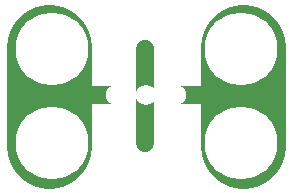
<source format=gto>
%TF.GenerationSoftware,KiCad,Pcbnew,5.0.2-bee76a0~70~ubuntu16.04.1*%
%TF.CreationDate,2019-04-17T12:21:48-07:00*%
%TF.ProjectId,2x3-Female-Servo-Header,3278332d-4665-46d6-916c-652d53657276,1.0*%
%TF.SameCoordinates,Original*%
%TF.FileFunction,Legend,Top*%
%TF.FilePolarity,Positive*%
%FSLAX46Y46*%
G04 Gerber Fmt 4.6, Leading zero omitted, Abs format (unit mm)*
G04 Created by KiCad (PCBNEW 5.0.2-bee76a0~70~ubuntu16.04.1) date Wed Apr 17 12:21:48 2019*
%MOMM*%
%LPD*%
G01*
G04 APERTURE LIST*
%ADD10C,1.500000*%
%ADD11C,7.200000*%
%ADD12C,0.150000*%
%ADD13C,1.000000*%
%ADD14C,1.752400*%
%ADD15C,6.152400*%
G04 APERTURE END LIST*
D10*
X62266160Y-55554880D02*
X62266160Y-47554880D01*
D11*
X70571360Y-55758080D02*
X70571360Y-47376080D01*
D10*
X54216160Y-51454880D02*
X59741160Y-51454880D01*
X64916160Y-51454880D02*
X70441160Y-51454880D01*
D11*
X54162960Y-55758080D02*
X54162960Y-47376080D01*
D12*
X61918540Y-49788213D02*
X62918540Y-49454880D01*
X61918540Y-49121546D01*
X62823302Y-48216784D02*
X62870921Y-48264403D01*
X62918540Y-48407260D01*
X62918540Y-48502499D01*
X62870921Y-48645356D01*
X62775683Y-48740594D01*
X62680445Y-48788213D01*
X62489969Y-48835832D01*
X62347112Y-48835832D01*
X62156636Y-48788213D01*
X62061398Y-48740594D01*
X61966160Y-48645356D01*
X61918540Y-48502499D01*
X61918540Y-48407260D01*
X61966160Y-48264403D01*
X62013779Y-48216784D01*
X62823302Y-47216784D02*
X62870921Y-47264403D01*
X62918540Y-47407260D01*
X62918540Y-47502499D01*
X62870921Y-47645356D01*
X62775683Y-47740594D01*
X62680445Y-47788213D01*
X62489969Y-47835832D01*
X62347112Y-47835832D01*
X62156636Y-47788213D01*
X62061398Y-47740594D01*
X61966160Y-47645356D01*
X61918540Y-47502499D01*
X61918540Y-47407260D01*
X61966160Y-47264403D01*
X62013779Y-47216784D01*
%LPC*%
D13*
X63962144Y-49447718D02*
G75*
G03X60666160Y-49354880I-1595984J1892838D01*
G01*
X60764981Y-53655873D02*
G75*
G03X64060965Y-53748711I1595984J-1892838D01*
G01*
D14*
X62306160Y-51454880D03*
D15*
X54366160Y-55554880D03*
X54366160Y-47554880D03*
D14*
X59766160Y-51454880D03*
X64846160Y-51454880D03*
D15*
X70366160Y-47554880D03*
X70366160Y-55554880D03*
M02*

</source>
